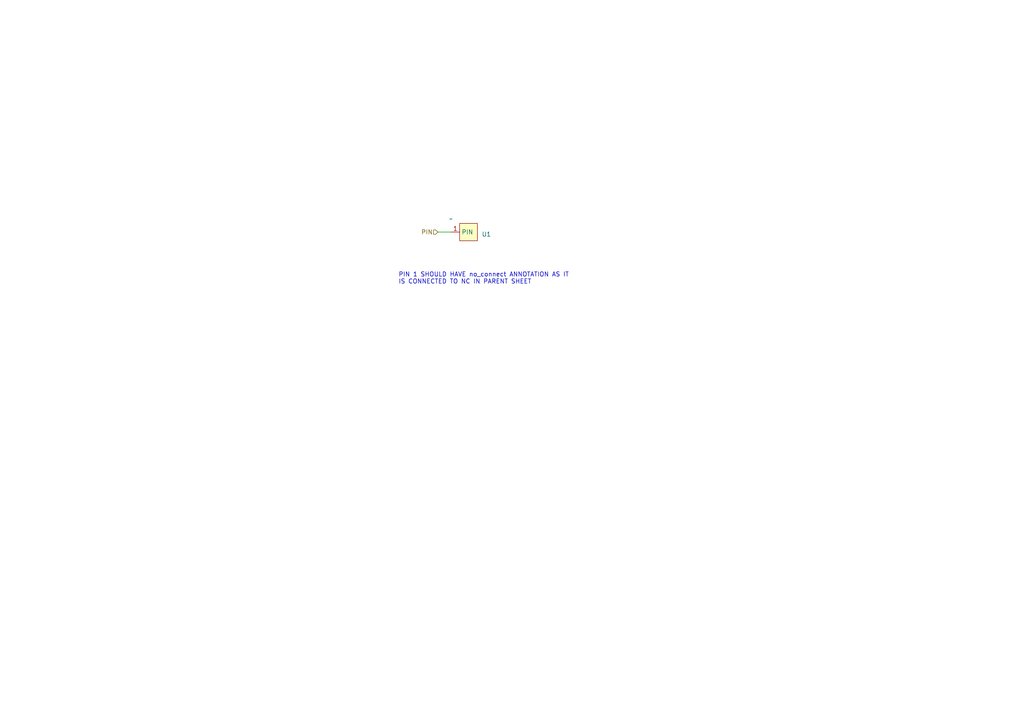
<source format=kicad_sch>
(kicad_sch (version 20230121) (generator eeschema)
  (paper "A4")
  (lib_symbols
    (symbol "TEST_LIB:TEST_SINGLE"
      (property "Reference" "U" (at 0 0 0))
      (symbol "TEST_SINGLE_0_1"
        (rectangle (start 2.54 -1.27) (end 7.62 -6.35) (fill (type background)))
      )
      (symbol "TEST_SINGLE_1_1"
        (pin input line (at 0 -3.81 0) (length 2.54) (name "PIN") (number "1"))
      )
    )
  )
  (wire (pts (xy 127 67.31) (xy 130.81 67.31)))
  (text "PIN 1 SHOULD HAVE no_connect ANNOTATION AS IT\nIS CONNECTED TO NC IN PARENT SHEET" (at 115.57 82.55 0) (effects (font (size 1.27 1.27)) (justify left bottom)))
  (hierarchical_label "PIN" (shape input) (at 127 67.31 180))
  (symbol (lib_id "TEST_LIB:TEST_SINGLE") (at 130.81 63.5 0) (unit 1)
    (property "Reference" "U1" (at 139.7 67.945 0) (effects (justify left)))
    (property "Value" "~" (at 130.81 63.5 0))
    (instances (project "test_hier_no_connect" (path "" (reference "U1") (unit 1)) (path "" (reference "U4") (unit 1))))
  )
)
</source>
